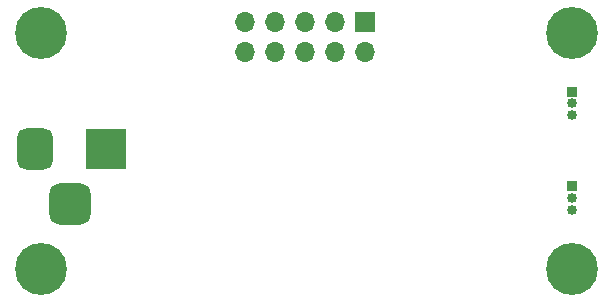
<source format=gbr>
%TF.GenerationSoftware,KiCad,Pcbnew,7.0.2-0*%
%TF.CreationDate,2023-10-10T16:02:43-04:00*%
%TF.ProjectId,WiringHarness,57697269-6e67-4486-9172-6e6573732e6b,rev?*%
%TF.SameCoordinates,Original*%
%TF.FileFunction,Soldermask,Bot*%
%TF.FilePolarity,Negative*%
%FSLAX46Y46*%
G04 Gerber Fmt 4.6, Leading zero omitted, Abs format (unit mm)*
G04 Created by KiCad (PCBNEW 7.0.2-0) date 2023-10-10 16:02:43*
%MOMM*%
%LPD*%
G01*
G04 APERTURE LIST*
G04 Aperture macros list*
%AMRoundRect*
0 Rectangle with rounded corners*
0 $1 Rounding radius*
0 $2 $3 $4 $5 $6 $7 $8 $9 X,Y pos of 4 corners*
0 Add a 4 corners polygon primitive as box body*
4,1,4,$2,$3,$4,$5,$6,$7,$8,$9,$2,$3,0*
0 Add four circle primitives for the rounded corners*
1,1,$1+$1,$2,$3*
1,1,$1+$1,$4,$5*
1,1,$1+$1,$6,$7*
1,1,$1+$1,$8,$9*
0 Add four rect primitives between the rounded corners*
20,1,$1+$1,$2,$3,$4,$5,0*
20,1,$1+$1,$4,$5,$6,$7,0*
20,1,$1+$1,$6,$7,$8,$9,0*
20,1,$1+$1,$8,$9,$2,$3,0*%
G04 Aperture macros list end*
%ADD10R,0.850000X0.850000*%
%ADD11O,0.850000X0.850000*%
%ADD12C,4.400000*%
%ADD13R,3.500000X3.500000*%
%ADD14RoundRect,0.750000X-0.750000X-1.000000X0.750000X-1.000000X0.750000X1.000000X-0.750000X1.000000X0*%
%ADD15RoundRect,0.875000X-0.875000X-0.875000X0.875000X-0.875000X0.875000X0.875000X-0.875000X0.875000X0*%
%ADD16R,1.700000X1.700000*%
%ADD17O,1.700000X1.700000*%
G04 APERTURE END LIST*
D10*
%TO.C,J3*%
X205000000Y-53000000D03*
D11*
X205000000Y-54000000D03*
X205000000Y-55000000D03*
%TD*%
D12*
%TO.C,H5*%
X160000000Y-40000000D03*
%TD*%
%TO.C,H3*%
X160000000Y-60000000D03*
%TD*%
D10*
%TO.C,J2*%
X205000000Y-45000000D03*
D11*
X205000000Y-46000000D03*
X205000000Y-47000000D03*
%TD*%
D13*
%TO.C,J1*%
X165512000Y-49842500D03*
D14*
X159512000Y-49842500D03*
D15*
X162512000Y-54542500D03*
%TD*%
D12*
%TO.C,H2*%
X205000000Y-60000000D03*
%TD*%
D16*
%TO.C,J4*%
X187452000Y-39116000D03*
D17*
X187452000Y-41656000D03*
X184912000Y-39116000D03*
X184912000Y-41656000D03*
X182372000Y-39116000D03*
X182372000Y-41656000D03*
X179832000Y-39116000D03*
X179832000Y-41656000D03*
X177292000Y-39116000D03*
X177292000Y-41656000D03*
%TD*%
D12*
%TO.C,H1*%
X205000000Y-40000000D03*
%TD*%
M02*

</source>
